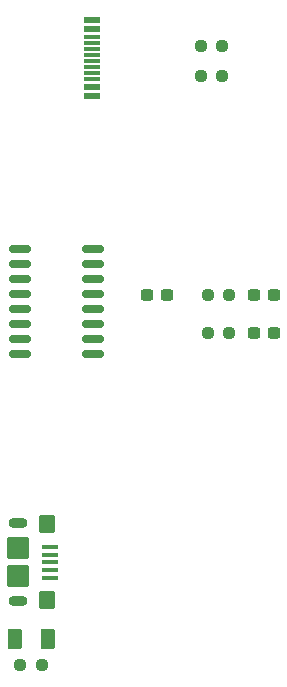
<source format=gbr>
%TF.GenerationSoftware,KiCad,Pcbnew,7.0.7*%
%TF.CreationDate,2024-03-19T09:59:50-04:00*%
%TF.ProjectId,HS8836A_USBC_hub,48533838-3336-4415-9f55-5342435f6875,rev?*%
%TF.SameCoordinates,Original*%
%TF.FileFunction,Paste,Top*%
%TF.FilePolarity,Positive*%
%FSLAX46Y46*%
G04 Gerber Fmt 4.6, Leading zero omitted, Abs format (unit mm)*
G04 Created by KiCad (PCBNEW 7.0.7) date 2024-03-19 09:59:50*
%MOMM*%
%LPD*%
G01*
G04 APERTURE LIST*
G04 Aperture macros list*
%AMRoundRect*
0 Rectangle with rounded corners*
0 $1 Rounding radius*
0 $2 $3 $4 $5 $6 $7 $8 $9 X,Y pos of 4 corners*
0 Add a 4 corners polygon primitive as box body*
4,1,4,$2,$3,$4,$5,$6,$7,$8,$9,$2,$3,0*
0 Add four circle primitives for the rounded corners*
1,1,$1+$1,$2,$3*
1,1,$1+$1,$4,$5*
1,1,$1+$1,$6,$7*
1,1,$1+$1,$8,$9*
0 Add four rect primitives between the rounded corners*
20,1,$1+$1,$2,$3,$4,$5,0*
20,1,$1+$1,$4,$5,$6,$7,0*
20,1,$1+$1,$6,$7,$8,$9,0*
20,1,$1+$1,$8,$9,$2,$3,0*%
G04 Aperture macros list end*
%ADD10RoundRect,0.250000X-0.375000X-0.625000X0.375000X-0.625000X0.375000X0.625000X-0.375000X0.625000X0*%
%ADD11RoundRect,0.237500X0.250000X0.237500X-0.250000X0.237500X-0.250000X-0.237500X0.250000X-0.237500X0*%
%ADD12RoundRect,0.237500X0.300000X0.237500X-0.300000X0.237500X-0.300000X-0.237500X0.300000X-0.237500X0*%
%ADD13RoundRect,0.100000X-0.575000X0.100000X-0.575000X-0.100000X0.575000X-0.100000X0.575000X0.100000X0*%
%ADD14O,1.600000X0.900000*%
%ADD15RoundRect,0.250000X-0.450000X0.550000X-0.450000X-0.550000X0.450000X-0.550000X0.450000X0.550000X0*%
%ADD16RoundRect,0.250000X-0.700000X0.700000X-0.700000X-0.700000X0.700000X-0.700000X0.700000X0.700000X0*%
%ADD17RoundRect,0.162500X-0.750000X-0.162500X0.750000X-0.162500X0.750000X0.162500X-0.750000X0.162500X0*%
%ADD18RoundRect,0.237500X-0.300000X-0.237500X0.300000X-0.237500X0.300000X0.237500X-0.300000X0.237500X0*%
%ADD19RoundRect,0.237500X-0.250000X-0.237500X0.250000X-0.237500X0.250000X0.237500X-0.250000X0.237500X0*%
%ADD20R,1.450000X0.600000*%
%ADD21R,1.450000X0.300000*%
G04 APERTURE END LIST*
D10*
%TO.C,D1*%
X141200000Y-126900000D03*
X144000000Y-126900000D03*
%TD*%
D11*
%TO.C,R2*%
X159385000Y-100965000D03*
X157560000Y-100965000D03*
%TD*%
D12*
%TO.C,C2*%
X154125000Y-97790000D03*
X152400000Y-97790000D03*
%TD*%
D13*
%TO.C,J6*%
X144175000Y-119100000D03*
X144175000Y-119750000D03*
X144175000Y-120400000D03*
X144175000Y-121050000D03*
X144175000Y-121700000D03*
D14*
X141500000Y-117100000D03*
D15*
X143950000Y-117200000D03*
D16*
X141500000Y-119200000D03*
X141500000Y-121600000D03*
D15*
X143950000Y-123600000D03*
D14*
X141500000Y-123700000D03*
%TD*%
D17*
%TO.C,U1*%
X141653000Y-93890000D03*
X141653000Y-95160000D03*
X141653000Y-96430000D03*
X141653000Y-97700000D03*
X141653000Y-98970000D03*
X141653000Y-100240000D03*
X141653000Y-101510000D03*
X141653000Y-102780000D03*
X147828000Y-102780000D03*
X147828000Y-101510000D03*
X147828000Y-100240000D03*
X147828000Y-98970000D03*
X147828000Y-97700000D03*
X147828000Y-96430000D03*
X147828000Y-95160000D03*
X147828000Y-93890000D03*
%TD*%
D18*
%TO.C,C3*%
X161470000Y-97790000D03*
X163195000Y-97790000D03*
%TD*%
D11*
%TO.C,R3*%
X143500000Y-129100000D03*
X141675000Y-129100000D03*
%TD*%
%TO.C,R1*%
X159385000Y-97790000D03*
X157560000Y-97790000D03*
%TD*%
D19*
%TO.C,R4*%
X156975000Y-76700000D03*
X158800000Y-76700000D03*
%TD*%
D20*
%TO.C,J1*%
X147757000Y-74450000D03*
X147757000Y-75250000D03*
D21*
X147757000Y-75950000D03*
X147757000Y-76950000D03*
X147757000Y-78450000D03*
X147757000Y-79450000D03*
D20*
X147757000Y-80150000D03*
X147757000Y-80950000D03*
X147757000Y-80950000D03*
X147757000Y-80150000D03*
D21*
X147757000Y-78950000D03*
X147757000Y-77950000D03*
X147757000Y-77450000D03*
X147757000Y-76450000D03*
D20*
X147757000Y-75250000D03*
X147757000Y-74450000D03*
%TD*%
D19*
%TO.C,R5*%
X156975000Y-79200000D03*
X158800000Y-79200000D03*
%TD*%
D18*
%TO.C,C1*%
X161470000Y-100965000D03*
X163195000Y-100965000D03*
%TD*%
M02*

</source>
